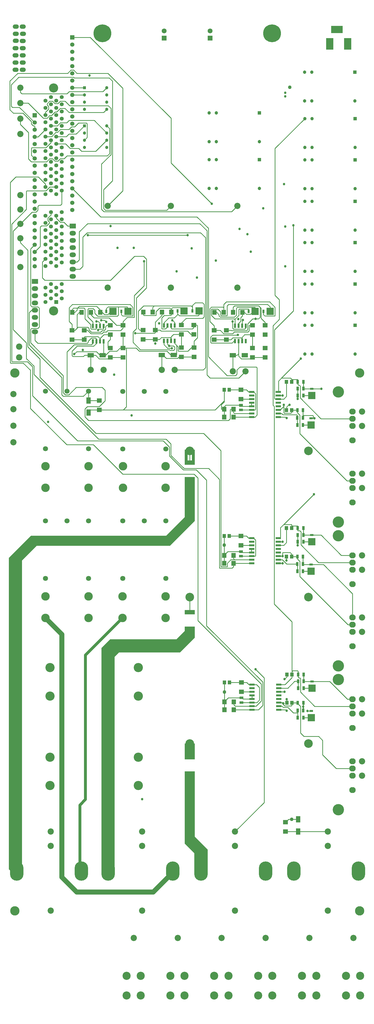
<source format=gbl>
G04*
G04 #@! TF.GenerationSoftware,Altium Limited,Altium Designer,24.4.1 (13)*
G04*
G04 Layer_Physical_Order=4*
G04 Layer_Color=16711680*
%FSLAX25Y25*%
%MOIN*%
G70*
G04*
G04 #@! TF.SameCoordinates,4EE5E999-D737-4110-A4F5-E65D847AD794*
G04*
G04*
G04 #@! TF.FilePolarity,Positive*
G04*
G01*
G75*
%ADD10C,0.01000*%
%ADD16R,0.10433X0.10000*%
%ADD17R,0.03000X0.05000*%
%ADD18R,0.04528X0.05709*%
%ADD19R,0.06500X0.06000*%
%ADD20R,0.06000X0.06500*%
%ADD22R,0.08858X0.06496*%
%ADD24R,0.05787X0.03819*%
%ADD27R,0.02559X0.06004*%
%ADD79C,0.07000*%
%ADD81C,0.08700*%
%ADD82C,0.12992*%
%ADD83O,0.08600X0.06000*%
%ADD84C,0.07087*%
%ADD85C,0.05906*%
%ADD86R,0.05906X0.05906*%
%ADD87C,0.12800*%
%ADD88R,0.06791X0.06791*%
%ADD89C,0.06791*%
%ADD90R,0.10000X0.16000*%
%ADD91R,0.16000X0.10000*%
%ADD92C,0.11811*%
%ADD93R,0.04724X0.04724*%
%ADD94C,0.04724*%
%ADD95C,0.11300*%
%ADD96O,0.09000X0.06500*%
%ADD97R,0.09000X0.06500*%
%ADD98O,0.18898X0.26772*%
%ADD99C,0.08661*%
%ADD100C,0.12700*%
%ADD101C,0.05500*%
%ADD102R,0.05500X0.05500*%
%ADD103C,0.12000*%
%ADD104O,0.09000X0.08300*%
%ADD105C,0.15748*%
%ADD106C,0.24803*%
%ADD107R,0.04461X0.04461*%
%ADD108C,0.04461*%
%ADD109C,0.03400*%
%ADD110C,0.05000*%
%ADD111C,0.04000*%
%ADD112R,0.06496X0.08858*%
%ADD113R,0.03740X0.05709*%
%ADD114R,0.05000X0.03000*%
%ADD115R,0.10000X0.10433*%
%ADD116R,0.07677X0.02559*%
%ADD117R,0.13976X0.06102*%
G36*
X660000Y1152000D02*
X656172D01*
Y1167500D01*
X656069Y1168283D01*
X655978Y1168501D01*
X656312Y1169000D01*
X660000D01*
Y1152000D01*
D02*
G37*
G36*
X650314Y1168501D02*
X650223Y1168283D01*
X650120Y1167500D01*
Y1152000D01*
X646000D01*
Y1169000D01*
X649980D01*
X650314Y1168501D01*
D02*
G37*
G36*
X660000Y741000D02*
X646000D01*
Y760500D01*
X660000D01*
Y741000D01*
D02*
G37*
G36*
Y907500D02*
X639500Y887000D01*
X554500Y887000D01*
X548500Y881000D01*
X548500Y583500D01*
X530000D01*
Y893500D01*
X542000Y905500D01*
X634500D01*
X646000Y917000D01*
Y923000D01*
X660000D01*
Y907500D01*
D02*
G37*
G36*
Y631000D02*
X678000Y613000D01*
Y583500D01*
Y583000D01*
Y582500D01*
X659500D01*
Y608000D01*
X646000Y621500D01*
Y720000D01*
X660000D01*
Y631000D01*
D02*
G37*
G36*
X660000Y1070000D02*
X625500Y1035500D01*
X440000D01*
X419500Y1015000D01*
Y578500D01*
X408500D01*
X401237Y585763D01*
Y1018737D01*
X432000Y1049500D01*
X620000D01*
X646000Y1075500D01*
Y1130000D01*
X660000D01*
X660000Y1070000D01*
D02*
G37*
D10*
X741700Y1361500D02*
X744254D01*
Y1366900D01*
X533100Y1504600D02*
X535550Y1502150D01*
X530300Y1503500D02*
X533650Y1500150D01*
X535550Y1502150D02*
X621126D01*
X626976Y1508000D01*
X711626Y1500150D02*
X719476Y1508000D01*
X533650Y1500150D02*
X711626D01*
X779162Y1224500D02*
X783868Y1229206D01*
X784193Y1220231D02*
Y1229206D01*
Y1231307D01*
X790588Y1230737D02*
X791351Y1231500D01*
X788000Y1228500D02*
X790237Y1230737D01*
X791351Y1231500D02*
X792000D01*
X788000Y1224043D02*
Y1228500D01*
X790237Y1230737D02*
X790588D01*
X787957Y1224000D02*
X788000Y1224043D01*
X784000Y1231500D02*
X784193Y1231307D01*
Y1220231D02*
X784778Y1219645D01*
X793889D01*
X776602Y1224500D02*
X779162D01*
X404500Y1646733D02*
X406083Y1645150D01*
X402500Y1681617D02*
X413383Y1692500D01*
X402500Y1641883D02*
Y1681617D01*
Y1641883D02*
X407350Y1637033D01*
X404500Y1676467D02*
X414986Y1686953D01*
X404500Y1646733D02*
Y1676467D01*
X417036Y1621547D02*
Y1629500D01*
X432547Y1622156D02*
Y1625453D01*
X435156Y1619547D02*
X436414D01*
X407350Y1637033D02*
X420967D01*
X432547Y1625453D01*
Y1622156D02*
X435156Y1619547D01*
X437000Y1614000D02*
Y1618961D01*
X436414Y1619547D02*
X437000Y1618961D01*
X482150Y1664150D02*
X485000Y1667000D01*
X419062Y1664150D02*
X482150D01*
X417036Y1666175D02*
X419062Y1664150D01*
X417036Y1666175D02*
Y1672500D01*
X485000Y1667000D02*
X532126D01*
X428500Y1573500D02*
Y1610083D01*
Y1573500D02*
X432500Y1569500D01*
X417036Y1621547D02*
X428500Y1610083D01*
X407000Y1473000D02*
X433547Y1499547D01*
X441453Y1502156D02*
Y1507453D01*
X438844Y1499547D02*
X441453Y1502156D01*
Y1507453D02*
X443000Y1509000D01*
X473100D01*
X433547Y1499547D02*
X438844D01*
X407000Y1336200D02*
Y1473000D01*
Y1336200D02*
X425500Y1317700D01*
X403000Y1290078D02*
X403586Y1289492D01*
X405586Y1291492D02*
X427008D01*
X403000Y1540700D02*
X410800Y1548500D01*
X403000Y1290078D02*
Y1540700D01*
X405000Y1292078D02*
X405586Y1291492D01*
X405000Y1292078D02*
Y1482727D01*
X403586Y1289492D02*
X415018D01*
X405000Y1482727D02*
X425500Y1503227D01*
X415018Y1289492D02*
X421306D01*
X410800Y1548500D02*
X442189D01*
X426086Y1529100D02*
X452811D01*
X425500Y1528514D02*
X426086Y1529100D01*
X425500Y1503227D02*
Y1528514D01*
X417000Y1457000D02*
Y1463000D01*
X425500Y1295828D02*
X436000Y1285328D01*
X425500Y1295828D02*
Y1317700D01*
X417000Y1457000D02*
X427500Y1446500D01*
Y1312200D02*
X444649Y1295051D01*
X427500Y1312200D02*
Y1446500D01*
X429500Y1359700D02*
X432800Y1363000D01*
X431500Y1336600D02*
X432700Y1337800D01*
X431500Y1317600D02*
Y1336600D01*
X429500Y1314700D02*
Y1359700D01*
X431500Y1317600D02*
X476957Y1272143D01*
X429500Y1314700D02*
X474957Y1269243D01*
X432700Y1337800D02*
X441600D01*
X431500Y1448500D02*
X437000Y1454000D01*
X431500Y1369600D02*
Y1448500D01*
Y1369600D02*
X433300Y1367800D01*
X432800Y1363000D02*
X437500D01*
X811437Y1253756D02*
X823000D01*
X795000Y1266591D02*
X803563D01*
X776700Y1249500D02*
Y1264500D01*
X811437Y1050256D02*
X823000D01*
X795000Y1063091D02*
X803563D01*
X779500Y1046000D02*
Y1060600D01*
X810800Y1010011D02*
Y1020500D01*
X810811Y1009256D02*
X822000D01*
X811937Y846756D02*
X823500D01*
X783720Y816920D02*
X784693Y815948D01*
X783834Y815403D02*
X784693Y815948D01*
X783200Y815000D02*
X783834Y815403D01*
X783141Y817500D02*
X783720Y816920D01*
X554000Y899500D02*
X632481D01*
X539346Y884846D02*
X554000Y899500D01*
X632481D02*
X653146Y920165D01*
X495797Y1692500D02*
X539200D01*
X413383D02*
X483203D01*
X491344Y1686953D02*
X492197Y1686100D01*
X540900D01*
X491344Y1696953D02*
X495797Y1692500D01*
X539200D02*
X559900Y1671800D01*
X540900Y1686100D02*
X545400Y1681600D01*
X483203Y1692500D02*
X487656Y1696953D01*
X414986Y1686953D02*
X491344D01*
X487656Y1696953D02*
X491344D01*
X627100Y1567800D02*
Y1629900D01*
X489500Y1742500D02*
X514500D01*
X627100Y1629900D01*
X431000Y1226800D02*
Y1279799D01*
X421306Y1289492D02*
X431000Y1279799D01*
Y1226800D02*
X431293Y1226507D01*
X481700Y1176100D01*
X436000Y1273800D02*
Y1285328D01*
X427008Y1291492D02*
X434000Y1284500D01*
Y1244200D02*
Y1284500D01*
X436000Y1273800D02*
X526102Y1183698D01*
X434000Y1244200D02*
X496800Y1181400D01*
X444649Y1269570D02*
X522519Y1191700D01*
X476957Y1248411D02*
X479911Y1245457D01*
X522519Y1191700D02*
X672400D01*
X474957Y1245300D02*
X476800Y1243457D01*
X484800Y1245457D02*
X494943Y1255600D01*
X474957Y1245300D02*
Y1269243D01*
X476800Y1243457D02*
X504957D01*
X512100Y1209700D02*
X707200D01*
X507200Y1214600D02*
Y1225600D01*
X444649Y1269570D02*
Y1295051D01*
X504957Y1243457D02*
X512000Y1250500D01*
X507200Y1214600D02*
X512100Y1209700D01*
X479911Y1245457D02*
X484800D01*
X507200Y1225600D02*
X510600Y1229000D01*
X494943Y1255600D02*
X531200D01*
X672400Y1191700D02*
X696500Y1167600D01*
X476957Y1248411D02*
Y1272143D01*
X707200Y1209700D02*
X709500Y1212000D01*
X526102Y1183698D02*
X620197D01*
X701000Y1022250D02*
Y1049000D01*
Y1022250D02*
X706285Y1027535D01*
X701000Y1022000D02*
Y1022250D01*
X706285Y1027535D02*
X724500D01*
X701000Y1011000D02*
Y1022000D01*
X739898Y822500D02*
Y827500D01*
X701500Y818750D02*
Y845500D01*
Y818500D02*
Y818750D01*
Y807500D02*
Y818500D01*
X706785Y824035D02*
X725000D01*
X701500Y818750D02*
X706785Y824035D01*
X727520Y822500D02*
X739898D01*
X725984Y824035D02*
X727520Y822500D01*
X725000Y824035D02*
X725984D01*
X786750Y651000D02*
X790679Y654929D01*
X804000D01*
X786500Y651000D02*
X786750D01*
X795000Y1266591D02*
Y1267200D01*
X780800Y1268600D02*
X807800Y1295600D01*
X795000Y1063091D02*
Y1065100D01*
X784000D02*
X826000Y1107100D01*
X795500Y860254D02*
Y929700D01*
Y856500D02*
Y860254D01*
X542400Y1295500D02*
Y1297500D01*
X721000Y1302400D02*
Y1320000D01*
Y1299300D02*
Y1302400D01*
X740400Y1295500D02*
Y1297500D01*
X739300Y1229500D02*
Y1234500D01*
X722300Y1229500D02*
X739300D01*
Y1026000D02*
Y1031000D01*
X722400Y1026000D02*
X739300D01*
X701000Y1236900D02*
Y1252500D01*
Y1235300D02*
Y1236900D01*
X722300Y1231035D02*
X724500D01*
X703235D02*
X722300D01*
Y1229500D02*
Y1231035D01*
X634900Y1314100D02*
X636800Y1312200D01*
X632000Y1317000D02*
X634900Y1314100D01*
Y1300763D02*
Y1314100D01*
X564900Y1310500D02*
X578500D01*
X560100D02*
X564900D01*
X560600Y1224500D02*
X688600D01*
X527000D02*
X560600D01*
X533000Y1300263D02*
Y1319823D01*
Y1300263D02*
X535900D01*
X495700Y1305400D02*
X523000D01*
X512000Y1224500D02*
X527000D01*
X715600Y1016000D02*
X739398D01*
X710300D02*
X715600D01*
X751000Y1355200D02*
Y1367100D01*
Y1353200D02*
Y1355200D01*
Y1367100D02*
X752500Y1365600D01*
X743100Y1351000D02*
X744700D01*
X740800D02*
X743100D01*
X825156Y1212756D02*
Y1215844D01*
X810849Y1216611D02*
X824389D01*
X810811D02*
X810849D01*
X825156Y1212756D02*
X826656D01*
X810849Y1216611D02*
X810874Y1218617D01*
X810811Y1213500D02*
X810849Y1216611D01*
X817244Y805756D02*
X822500D01*
X817155D02*
X817244D01*
X811373Y811599D02*
X811374Y811663D01*
X811311Y806500D02*
X811373Y811599D01*
X496800Y1365900D02*
X499200Y1368300D01*
X496000Y1365100D02*
X496800Y1365900D01*
X505900D01*
X491200D02*
X496800D01*
X553800Y1367800D02*
X566316D01*
X539400D02*
X553800D01*
X496000Y1337900D02*
X497600Y1339500D01*
X645000Y1362000D02*
Y1366800D01*
X627250Y1364550D02*
X627500Y1364300D01*
X625600Y1366200D02*
X627250Y1364550D01*
X635998Y1357902D02*
Y1362000D01*
Y1356800D02*
Y1357902D01*
X656860Y1367340D02*
Y1369600D01*
X588800Y1369200D02*
X603800D01*
X641900Y1342500D02*
Y1345600D01*
X719300Y1366900D02*
X744254D01*
X715300Y1351100D02*
X715994Y1350406D01*
X700500Y1366400D02*
Y1371200D01*
Y1360000D02*
Y1366400D01*
X803600Y1244500D02*
Y1252963D01*
Y1041000D02*
Y1049463D01*
X802937Y1009000D02*
X803000D01*
X804100Y837500D02*
Y845963D01*
X803437Y801463D02*
Y803200D01*
X797400D02*
X803437D01*
X539200Y1310500D02*
Y1319000D01*
X627000Y1324000D02*
Y1326100D01*
X726000Y1323400D02*
Y1325400D01*
X797600Y1362085D02*
Y1481193D01*
X771200Y1335685D02*
X797600Y1362085D01*
X771200Y1240500D02*
Y1335685D01*
Y1240500D02*
X772200Y1239500D01*
X776602D01*
X777102Y832500D02*
X785300D01*
X788413Y853013D02*
Y856500D01*
X785300Y849900D02*
X788413Y853013D01*
X714600Y1320000D02*
X716000D01*
X712000Y1317400D02*
X714600Y1320000D01*
X683200Y1317400D02*
X712000D01*
X682300Y1318300D02*
X683200Y1317400D01*
X682300Y1318300D02*
Y1325600D01*
X685200Y1328500D01*
X719900D01*
X720100Y1328700D01*
X482000Y1250500D02*
Y1304900D01*
X492200Y1315100D01*
X516000D01*
X518000Y1317100D01*
Y1319823D01*
X511300Y1467300D02*
X650000D01*
X525500Y1335500D02*
X526600Y1336600D01*
X532900D01*
X533000Y1341177D01*
X776602Y1021000D02*
X782600D01*
Y1026100D01*
X792943D01*
X795043Y1024000D01*
Y1020500D02*
Y1024000D01*
X803000Y1017200D02*
Y1020500D01*
Y1017200D02*
X806400Y1013800D01*
Y992857D02*
Y1013800D01*
Y992857D02*
X873600Y925657D01*
X879748D01*
X777102Y817500D02*
X783141D01*
X783200Y815000D02*
X785555Y812645D01*
X794589D01*
X795543Y813600D02*
Y817000D01*
X794589Y812645D02*
X795543Y813600D01*
X783200Y815000D02*
Y816400D01*
X857243Y725657D02*
X879748D01*
X838300Y744600D02*
X857243Y725657D01*
X838300Y744600D02*
Y764800D01*
X832700Y770400D02*
X838300Y764800D01*
X812000Y770400D02*
X832700D01*
X807400Y775000D02*
X812000Y770400D01*
X807400Y775000D02*
Y812100D01*
X803500Y816000D02*
X807400Y812100D01*
X803500Y816000D02*
Y817000D01*
X776602Y1249500D02*
X776700D01*
X776602Y1046000D02*
X779500D01*
Y1060600D02*
X784000Y1065100D01*
X795000D01*
X447900Y1430200D02*
X452200Y1434500D01*
X447900Y1407900D02*
Y1430200D01*
Y1407900D02*
X451200Y1404600D01*
X542800D01*
X576100Y1437900D01*
X588800D01*
X592800Y1433900D01*
Y1394200D02*
Y1433900D01*
X578700Y1380100D02*
X592800Y1394200D01*
X578700Y1337400D02*
Y1380100D01*
X574100Y1332800D02*
X578700Y1337400D01*
X574100Y1318300D02*
Y1332800D01*
Y1318300D02*
X584200Y1308200D01*
X624900D01*
X626100Y1307000D01*
X630400D01*
X632000Y1308600D01*
Y1311800D01*
X630400Y1313400D02*
X632000Y1311800D01*
X624400Y1313400D02*
X630400D01*
X622000Y1315800D02*
Y1320323D01*
Y1315800D02*
X624400Y1313400D01*
X490000Y1420000D02*
X500100D01*
X504100Y1424000D01*
Y1464800D01*
X510100Y1470800D01*
X668100D01*
X675000Y1463900D01*
Y1283200D02*
Y1463900D01*
X671800Y1280000D02*
X675000Y1283200D01*
X632000Y1280000D02*
X671800D01*
X627000Y1338100D02*
Y1341677D01*
Y1338100D02*
X628000Y1337100D01*
X656800D01*
X658900Y1339200D01*
Y1342500D01*
X726000Y1347900D02*
X727200Y1349100D01*
X560600Y1224500D02*
X564900Y1228800D01*
Y1310500D01*
X620197Y1183698D02*
X626782Y1177113D01*
Y1161118D02*
Y1177113D01*
Y1161118D02*
X645000Y1142900D01*
X679400D01*
X694475Y1127825D01*
Y1004250D02*
Y1127825D01*
Y1004250D02*
X712000D01*
X714000Y1006250D01*
Y1011000D01*
X696500Y1006250D02*
Y1167600D01*
Y1006250D02*
X705500D01*
Y1011200D01*
X710300Y1016000D01*
X530300Y1503500D02*
Y1566400D01*
X543400Y1579500D01*
Y1643600D01*
X539500Y1647500D02*
X543400Y1643600D01*
X485700Y1647500D02*
X539500D01*
X479450Y1653750D02*
X485700Y1647500D01*
X472939Y1653750D02*
X479450D01*
X469439Y1650250D02*
X472939Y1653750D01*
X465439Y1650250D02*
X469439D01*
X461939Y1653750D02*
X465439Y1650250D01*
X457939Y1653750D02*
X461939D01*
X454400Y1650211D02*
X457939Y1653750D01*
X454400Y1648311D02*
Y1650211D01*
Y1648311D02*
X456450Y1646261D01*
Y1642739D02*
Y1646261D01*
X452200Y1638489D02*
X456450Y1642739D01*
X452200Y1634500D02*
Y1638489D01*
X627100Y1567800D02*
X683700Y1511200D01*
X704100Y1335000D02*
X710800D01*
X733800Y1336100D02*
Y1344000D01*
X715400Y1369100D02*
X749000D01*
X713500Y1360000D02*
Y1367200D01*
X715400Y1369100D01*
X749000D02*
X751000Y1367100D01*
X748800Y1351000D02*
X751000Y1353200D01*
X744700Y1351000D02*
X748800D01*
X744700Y863700D02*
X756700Y851700D01*
Y678546D02*
Y851700D01*
X716154Y638000D02*
X756700Y678546D01*
X822000Y1212756D02*
X825156D01*
X824389Y1216611D02*
X825156Y1215844D01*
X810811Y1213500D02*
Y1216611D01*
X810874Y1218617D02*
Y1224000D01*
X811374Y811663D02*
Y817000D01*
X536860Y1361240D02*
Y1365260D01*
X539400Y1367800D01*
X566316D02*
X567116Y1361500D01*
X518000Y1341177D02*
Y1346600D01*
X511000Y1353600D02*
X518000Y1346600D01*
X511000Y1353600D02*
Y1364500D01*
X512000Y1365500D01*
X518400D01*
X520900Y1363000D01*
Y1358600D02*
Y1363000D01*
Y1358600D02*
X524800Y1354700D01*
X552000D01*
X553800Y1356500D01*
Y1367800D01*
X497600Y1339500D02*
X511000D01*
X512900Y1337600D01*
Y1335700D02*
Y1337600D01*
Y1335700D02*
X516325Y1332275D01*
X528720D01*
X531045Y1334600D01*
X533800D01*
X535800Y1336600D01*
Y1340200D01*
X537600Y1342000D01*
X542600D01*
X499200Y1360000D02*
X502500D01*
X496000Y1356800D02*
X499200Y1360000D01*
X496000Y1337900D02*
Y1356800D01*
X493100Y1335000D02*
X496000Y1337900D01*
X489100Y1335000D02*
X493100D01*
X645000Y1362000D02*
X645254D01*
X629500Y1366800D02*
X645000D01*
X627250Y1364550D02*
X629500Y1366800D01*
X627250Y1364550D02*
X627500Y1360500D01*
X603800Y1369200D02*
X655000D01*
X601500Y1366900D02*
X603800Y1369200D01*
X601500Y1360500D02*
Y1366900D01*
X656860Y1362000D02*
Y1367340D01*
X655000Y1369200D02*
X656860Y1367340D01*
X581400Y1361800D02*
X588800Y1369200D01*
X581400Y1337600D02*
Y1361800D01*
Y1337600D02*
X583500Y1335500D01*
X588100D01*
X734998Y1361500D02*
Y1364857D01*
X722314D02*
X734998D01*
X721457Y1364000D02*
X722314Y1364857D01*
X721457Y1355869D02*
Y1364000D01*
X715994Y1350406D02*
X721457Y1355869D01*
X715994Y1350406D02*
X716000Y1350400D01*
Y1341354D02*
Y1350400D01*
X528000Y1319823D02*
Y1323555D01*
X525275Y1326325D02*
X528000Y1323555D01*
X507200Y1326325D02*
X525275D01*
X506100Y1325225D02*
X507200Y1326325D01*
X506100Y1322000D02*
Y1325225D01*
X533126Y1638000D02*
X537626Y1642500D01*
X485000Y1638000D02*
X533126D01*
X479250Y1643750D02*
X485000Y1638000D01*
X472939Y1643750D02*
X479250D01*
X467939Y1638750D02*
X472939Y1643750D01*
X465439Y1638750D02*
X467939D01*
X460439Y1633750D02*
X465439Y1638750D01*
X457939Y1633750D02*
X460439D01*
X454389Y1630200D02*
X457939Y1633750D01*
X449000Y1630200D02*
X454389D01*
X428200Y1651000D02*
X449000Y1630200D01*
X417036Y1651000D02*
X428200D01*
X777102Y812500D02*
X781600D01*
X783455Y810645D01*
X789955D01*
X797400Y803200D01*
X803437D02*
Y806500D01*
X799300Y847000D02*
X804063D01*
X789800Y837500D02*
X799300Y847000D01*
X777102Y837500D02*
X789800D01*
X735500Y842500D02*
X739898D01*
X732500Y845500D02*
X735500Y842500D01*
X725000Y845500D02*
X732500D01*
X735000Y1046000D02*
X739398D01*
X732000Y1049000D02*
X735000Y1046000D01*
X724500Y1049000D02*
X732000D01*
X735000Y1249500D02*
X739398D01*
X732000Y1252500D02*
X735000Y1249500D01*
X724500Y1252500D02*
X732000D01*
X733800Y1344000D02*
X740800Y1351000D01*
X732500Y1334800D02*
X733800Y1336100D01*
X711000Y1334800D02*
X732500D01*
X710800Y1335000D02*
X711000Y1334800D01*
X605100Y1335500D02*
Y1346500D01*
X614500Y1355900D01*
Y1360500D01*
X533100Y1504600D02*
Y1530700D01*
X545400Y1543000D01*
Y1681600D01*
X406083Y1645150D02*
X415850D01*
X437000Y1624000D01*
X739898Y812500D02*
X745400D01*
X752700Y819800D01*
Y843147D01*
X664600Y931247D02*
X752700Y843147D01*
X664600Y931247D02*
Y1129700D01*
X659200Y1135100D02*
X664600Y1129700D01*
X559700Y1135100D02*
X659200D01*
X518700Y1176100D02*
X559700Y1135100D01*
X481700Y1176100D02*
X518700D01*
X442189Y1548500D02*
X452200Y1538489D01*
Y1534500D02*
Y1538489D01*
X433300Y1367800D02*
X441600D01*
X443500Y1365900D01*
Y1339700D02*
Y1365900D01*
X441600Y1337800D02*
X443500Y1339700D01*
X531200Y1255600D02*
X535200Y1251600D01*
Y1237000D02*
Y1251600D01*
X527200Y1229000D02*
X535200Y1237000D01*
X510600Y1229000D02*
X527200D01*
X709500Y1212000D02*
Y1224600D01*
X710400Y1225500D01*
X714000D01*
X512000Y1220571D02*
Y1224500D01*
X630965Y1300763D02*
X634900D01*
X632000Y1317000D02*
Y1320323D01*
X655400Y1311000D02*
X659100D01*
X650400Y1306000D02*
X655400Y1311000D01*
X637600Y1306000D02*
X650400D01*
X636800Y1306800D02*
X637600Y1306000D01*
X636800Y1306800D02*
Y1312200D01*
X658900Y1342500D02*
X662800D01*
X663700Y1341600D01*
Y1324800D02*
Y1341600D01*
X659100Y1320200D02*
X663700Y1324800D01*
X659100Y1311000D02*
Y1320200D01*
X697300Y1231600D02*
X701000Y1235300D01*
X697300Y1225500D02*
Y1231600D01*
Y1225500D02*
X701000D01*
X506500Y1300263D02*
X515035D01*
X505037Y1298800D02*
X506500Y1300263D01*
X490300Y1298800D02*
X505037D01*
X489100Y1300000D02*
X490300Y1298800D01*
X489100Y1300000D02*
Y1306000D01*
X496200Y1313100D01*
X519300D01*
X523000Y1316800D01*
Y1319823D01*
X770800Y954400D02*
X795500Y929700D01*
X770800Y954400D02*
Y1229220D01*
X769200Y1230820D02*
X770800Y1229220D01*
X769200Y1230820D02*
Y1341523D01*
X777900Y1350223D01*
Y1377656D01*
X771900Y1383656D02*
X777900Y1377656D01*
X771900Y1383656D02*
Y1587900D01*
X813500Y1629500D01*
X776700Y1264500D02*
X780800Y1268600D01*
X793600D01*
X795000Y1267200D01*
X577300Y1331000D02*
X604100D01*
X605100Y1332000D01*
Y1335500D01*
X589600Y1397200D02*
Y1431000D01*
X575900Y1383500D02*
X589600Y1397200D01*
X575900Y1352900D02*
Y1383500D01*
X565800Y1352900D02*
X575900D01*
X560100Y1347200D02*
X565800Y1352900D01*
X560100Y1342000D02*
Y1347200D01*
X626887Y1300763D02*
X630965D01*
X621450Y1306200D02*
X626887Y1300763D01*
X582800Y1306200D02*
X621450D01*
X578500Y1310500D02*
X582800Y1306200D01*
X617000Y1315500D02*
Y1320323D01*
Y1315500D02*
X622300Y1310200D01*
X628100D01*
X489100Y1335000D02*
Y1343400D01*
X485000Y1347500D02*
X489100Y1343400D01*
X485000Y1347500D02*
Y1366400D01*
X489600Y1371000D01*
X570100D01*
X573900Y1367200D01*
Y1354900D02*
Y1367200D01*
X559760Y1354900D02*
X573900D01*
X557860Y1356800D02*
X559760Y1354900D01*
X557860Y1356800D02*
Y1361500D01*
X817200Y805800D02*
X817244Y805756D01*
X559900Y1528924D02*
Y1671800D01*
X538976Y1508000D02*
X559900Y1528924D01*
X739898Y807500D02*
X748800D01*
X754700Y813400D01*
Y845954D01*
X676600Y924054D02*
X754700Y845954D01*
X676600Y924054D02*
Y1126600D01*
X662300Y1140900D02*
X676600Y1126600D01*
X644100Y1140900D02*
X662300D01*
X624712Y1160288D02*
X644100Y1140900D01*
X624712Y1160288D02*
Y1172800D01*
X616112Y1181400D02*
X624712Y1172800D01*
X496800Y1181400D02*
X616112D01*
X452811Y1529100D02*
X458211Y1534500D01*
X467200D01*
X714100Y1336800D02*
X729500D01*
X731000Y1338300D01*
Y1341354D01*
X758100Y1342000D02*
Y1346200D01*
X752500Y1351800D02*
X758100Y1346200D01*
X752500Y1351800D02*
Y1365600D01*
X721565Y1268600D02*
X730965Y1278000D01*
X681600Y1268600D02*
X721565D01*
X677000Y1273200D02*
X681600Y1268600D01*
X677000Y1273200D02*
Y1473600D01*
X667100Y1483500D02*
X677000Y1473600D01*
X510800Y1483500D02*
X667100D01*
X499200Y1471900D02*
X510800Y1483500D01*
X499200Y1433200D02*
Y1471900D01*
X496000Y1430000D02*
X499200Y1433200D01*
X490000Y1430000D02*
X496000D01*
X688600Y1224500D02*
X701000Y1236900D01*
X489500Y1532500D02*
X529200Y1492800D01*
X663100D01*
X679000Y1476900D01*
Y1298400D02*
Y1476900D01*
Y1298400D02*
X705300Y1272100D01*
X716800D01*
X718900Y1274200D01*
Y1280000D01*
X723000Y1284100D01*
X745900D01*
X746800Y1283200D01*
Y1217300D02*
Y1283200D01*
X744000Y1214500D02*
X746800Y1217300D01*
X739398Y1214500D02*
X744000D01*
X641600Y1342500D02*
X641900D01*
Y1345600D02*
X648100Y1351800D01*
X671200D01*
X673000Y1353600D01*
Y1371400D01*
X670900Y1373500D02*
X673000Y1371400D01*
X660760Y1373500D02*
X670900D01*
X656860Y1369600D02*
X660760Y1373500D01*
X804063Y852800D02*
Y856500D01*
Y852800D02*
X805063Y851800D01*
X806400D01*
X807500Y850700D01*
Y832000D02*
Y850700D01*
Y832000D02*
X827307Y812193D01*
X879748D01*
X803563Y1060000D02*
Y1063091D01*
X795000Y1060000D02*
Y1063091D01*
X803563Y1263500D02*
Y1266591D01*
X795000Y1263500D02*
Y1266591D01*
X520126Y1627000D02*
X537626Y1609500D01*
X485000Y1627000D02*
X520126D01*
X481750Y1623750D02*
X485000Y1627000D01*
X472939Y1623750D02*
X481750D01*
X468689Y1619500D02*
X472939Y1623750D01*
X459700Y1619500D02*
X468689D01*
X539346Y583000D02*
Y884846D01*
X687100Y1335000D02*
X695700D01*
X700200Y1330500D01*
X712871D01*
X715171Y1332800D01*
X734290D01*
X735890Y1334400D01*
Y1341890D01*
X736000Y1342000D01*
X740600D01*
X432500Y1569500D02*
X453689D01*
X457939Y1573750D01*
X461939D01*
X465439Y1570250D01*
X469439D01*
X472939Y1573750D01*
X478150D01*
X482000Y1577600D01*
X538200D01*
X541400Y1580800D01*
Y1615726D01*
X537626Y1619500D02*
X541400Y1615726D01*
X739898Y842500D02*
X746226D01*
X750326Y838400D01*
Y821026D02*
Y838400D01*
X746800Y817500D02*
X750326Y821026D01*
X739898Y817500D02*
X746800D01*
X755860Y1356800D02*
Y1361500D01*
Y1356800D02*
X757695Y1354965D01*
X771900D01*
Y1367175D01*
X764375Y1374700D02*
X771900Y1367175D01*
X704000Y1374700D02*
X764375D01*
X700500Y1371200D02*
X704000Y1374700D01*
X687100Y1335000D02*
Y1341400D01*
X681000Y1347500D02*
X687100Y1341400D01*
X681000Y1347500D02*
Y1365200D01*
X683200Y1367400D01*
X699500D01*
X700500Y1366400D01*
X795500Y852100D02*
Y856500D01*
X785900Y842500D02*
X795500Y852100D01*
X777102Y842500D02*
X785900D01*
X635998Y1357902D02*
X638500Y1355400D01*
X664800D01*
X666116Y1356716D01*
Y1362000D01*
X617000Y1341677D02*
Y1345500D01*
X623934Y1352434D01*
X631632D01*
X635998Y1356800D01*
X632000Y1341677D02*
Y1346000D01*
X628800Y1349200D02*
X632000Y1346000D01*
X712800Y1338100D02*
Y1347400D01*
Y1338100D02*
X714100Y1336800D01*
X467200Y1594500D02*
X480000D01*
X486500Y1588000D01*
X498600D01*
X502600Y1584000D01*
X522126D01*
X537626Y1599500D01*
X532126Y1667000D02*
X537626Y1672500D01*
X879748Y935657D02*
Y968852D01*
X839344Y1009256D02*
X879748Y968852D01*
X822000Y1009256D02*
X839344D01*
X826656Y1212756D02*
X826700Y1212800D01*
X832407Y1012193D02*
X879748D01*
X808000Y1036600D02*
X832407Y1012193D01*
X808000Y1036600D02*
Y1054800D01*
X806400Y1056400D02*
X808000Y1054800D01*
X803563Y1056400D02*
X806400D01*
X803563D02*
Y1060000D01*
X835907Y1212193D02*
X879748D01*
X807000Y1241100D02*
X835907Y1212193D01*
X807000Y1241100D02*
Y1257600D01*
X805800Y1258800D02*
X807000Y1257600D01*
X804763Y1258800D02*
X805800D01*
X803563Y1260000D02*
X804763Y1258800D01*
X803563Y1260000D02*
Y1263500D01*
X872043Y1125657D02*
X879748D01*
X806400Y1191300D02*
X872043Y1125657D01*
X806400Y1191300D02*
Y1216900D01*
X803000Y1220300D02*
X806400Y1216900D01*
X803000Y1220300D02*
Y1224000D01*
X793889Y1219645D02*
X795043Y1220800D01*
Y1224000D01*
X560100Y1337900D02*
Y1342000D01*
X556800Y1334600D02*
X560100Y1337900D01*
X538700Y1334600D02*
X556800D01*
X536700Y1332600D02*
X538700Y1334600D01*
X533045Y1332600D02*
X536700D01*
X530720Y1330275D02*
X533045Y1332600D01*
X515425Y1330275D02*
X530720D01*
X510700Y1335000D02*
X515425Y1330275D01*
X506100Y1335000D02*
X510700D01*
X528000Y1323555D02*
X533445Y1329000D01*
X542600D01*
X726500Y1355193D02*
Y1360000D01*
X724000Y1352693D02*
X726500Y1355193D01*
X724000Y1347800D02*
Y1352693D01*
X721000Y1344800D02*
X724000Y1347800D01*
X721000Y1341354D02*
Y1344800D01*
X654800Y1329500D02*
X658900D01*
X650300Y1334000D02*
X654800Y1329500D01*
X613300Y1334000D02*
X650300D01*
X611800Y1335500D02*
X613300Y1334000D01*
X605100Y1335500D02*
X611800D01*
X627500Y1356800D02*
Y1360500D01*
X626400Y1355700D02*
X627500Y1356800D01*
X617600Y1355700D02*
X626400D01*
X614220Y1352320D02*
X617600Y1355700D01*
X614220Y1337175D02*
Y1352320D01*
Y1337175D02*
X619175D01*
X622000Y1340000D01*
Y1341677D01*
X765116Y1361500D02*
Y1367584D01*
X761600Y1371100D02*
X765116Y1367584D01*
X707200Y1371100D02*
X761600D01*
X705000Y1368900D02*
X707200Y1371100D01*
X705000Y1355250D02*
Y1368900D01*
X696800Y1355250D02*
X705000D01*
X696000Y1356050D02*
X696800Y1355250D01*
X696000Y1356050D02*
Y1360800D01*
X692000Y1364800D02*
X696000Y1360800D01*
X683800Y1364800D02*
X692000D01*
X683000Y1364000D02*
X683800Y1364800D01*
X683000Y1356100D02*
Y1364000D01*
Y1356100D02*
X688000Y1351100D01*
X715300D01*
X687500Y1360000D02*
X690700D01*
X693900Y1356800D01*
Y1355200D02*
Y1356800D01*
Y1355200D02*
X695850Y1353250D01*
X715250D01*
X718000Y1356000D01*
Y1365600D01*
X719300Y1366900D01*
X823500Y846756D02*
X848237D01*
X872800Y822193D01*
X879748D01*
X823000Y1050256D02*
X836200D01*
X864263Y1022193D01*
X879748D01*
X727200Y1349100D02*
Y1349500D01*
X726000Y1341354D02*
Y1347900D01*
X459700Y1495511D02*
Y1499500D01*
X455450Y1491261D02*
X459700Y1495511D01*
X455450Y1487739D02*
Y1491261D01*
Y1487739D02*
X457600Y1485589D01*
Y1483889D02*
Y1485589D01*
X453961Y1480250D02*
X457600Y1483889D01*
X446400Y1480250D02*
X453961D01*
X444700Y1478550D02*
X446400Y1480250D01*
X444700Y1451700D02*
Y1478550D01*
X437000Y1444000D02*
X444700Y1451700D01*
X494874Y1608000D02*
X506374Y1619500D01*
X484800Y1608000D02*
X494874D01*
X481300Y1604500D02*
X484800Y1608000D01*
X467200Y1604500D02*
X481300D01*
X506374Y1599500D02*
X510200Y1603326D01*
Y1622400D01*
X509200Y1623400D02*
X510200Y1622400D01*
X498300Y1623400D02*
X509200D01*
X492900Y1618000D02*
X498300Y1623400D01*
X488400Y1618000D02*
X492900D01*
X484900Y1614500D02*
X488400Y1618000D01*
X473211Y1614500D02*
X484900D01*
X468961Y1610250D02*
X473211Y1614500D01*
X466461Y1610250D02*
X468961D01*
X460711Y1604500D02*
X466461Y1610250D01*
X452200Y1604500D02*
X460711D01*
X473100Y1509000D02*
X474700Y1510600D01*
Y1529500D01*
X437500Y1321200D02*
Y1333000D01*
Y1321200D02*
X441600Y1317100D01*
X510400D01*
X511330Y1318030D01*
Y1319655D01*
X516000Y1324325D01*
X521875D01*
X523000Y1323200D01*
Y1319823D02*
Y1323200D01*
X534500Y1348900D02*
X536700Y1346700D01*
X529800Y1348900D02*
X534500D01*
X515500Y1356600D02*
Y1360000D01*
Y1356600D02*
X519696Y1352404D01*
X540793D01*
X551197Y1342000D01*
X560100D01*
X432500Y1578500D02*
X437000Y1574000D01*
X432500Y1578500D02*
Y1588500D01*
X433000Y1589000D01*
X452711D01*
X459700Y1595989D01*
Y1599500D01*
X489500Y1360000D02*
Y1364200D01*
X491200Y1365900D01*
X505900D02*
X507000Y1364800D01*
Y1351100D02*
Y1364800D01*
Y1351100D02*
X515200Y1342900D01*
Y1337400D02*
Y1342900D01*
Y1337400D02*
X516000Y1336600D01*
X522000D01*
X523000Y1337600D01*
Y1341177D01*
X528500Y1360000D02*
Y1363300D01*
X523500Y1368300D02*
X528500Y1363300D01*
X499200Y1368300D02*
X523500D01*
X496000Y1363200D02*
Y1365100D01*
X492800Y1360000D02*
X496000Y1363200D01*
X489500Y1360000D02*
X492800D01*
X556000Y1310500D02*
X560100D01*
X551400Y1305900D02*
X556000Y1310500D01*
X541537Y1305900D02*
X551400D01*
X535900Y1300263D02*
X541537Y1305900D01*
X740400Y1297500D02*
X740600D01*
X724800Y1295500D02*
X740400D01*
X721000Y1299300D02*
X724800Y1295500D01*
X715200Y1219500D02*
X739398D01*
X714000Y1220700D02*
X715200Y1219500D01*
X714000Y1220700D02*
Y1225500D01*
X528000Y1341177D02*
Y1344900D01*
X525600Y1347300D02*
X528000Y1344900D01*
X523000Y1347300D02*
X525600D01*
X467200Y1490989D02*
Y1494500D01*
Y1490989D02*
X472939Y1485250D01*
X477850D01*
X483100Y1480000D01*
X490000D01*
X803500Y1036100D02*
Y1041000D01*
X776602D02*
X782600D01*
X803500Y1239600D02*
Y1244500D01*
X776602D02*
X782600D01*
X627500Y1360500D02*
Y1364300D01*
X611200Y1366200D02*
X625600D01*
X606000Y1361000D02*
X611200Y1366200D01*
X606000Y1355700D02*
Y1361000D01*
X589600Y1355700D02*
X606000D01*
X588500Y1356800D02*
X589600Y1355700D01*
X588500Y1356800D02*
Y1360500D01*
X714500Y807500D02*
X739898D01*
X714500Y814400D02*
Y818500D01*
Y814400D02*
X716400Y812500D01*
X739898D01*
X714000Y1017600D02*
X715600Y1016000D01*
X714000Y1017600D02*
Y1022000D01*
Y1214500D02*
X739398D01*
X804063Y856500D02*
Y860691D01*
X803200Y861554D02*
X804063Y860691D01*
X796800Y861554D02*
X803200D01*
X795500Y860254D02*
X796800Y861554D01*
X786400Y1214500D02*
X788000Y1212900D01*
X776602Y1214500D02*
X786400D01*
X441700Y1604000D02*
X452200Y1614500D01*
X437000Y1604000D02*
X441700D01*
X489500Y1672500D02*
X506374D01*
X489500Y1662500D02*
X506374D01*
X492300Y1302000D02*
X495700Y1305400D01*
X523000D02*
X528137Y1300263D01*
X531965D01*
X777102Y807500D02*
X786700D01*
X788300Y805900D01*
Y822100D02*
X788457Y821943D01*
Y817000D02*
Y821943D01*
X802937Y1213500D02*
Y1216800D01*
X802092Y1217645D02*
X802937Y1216800D01*
X782947Y1217645D02*
X802092D01*
X781093Y1219500D02*
X782947Y1217645D01*
X776602Y1219500D02*
X781093D01*
X787957Y1014900D02*
Y1020500D01*
X776602Y1011000D02*
X782600D01*
X542600Y1322400D02*
Y1329000D01*
X539200Y1319000D02*
X542600Y1322400D01*
X539200Y1310500D02*
X542600D01*
X802937Y1208463D02*
Y1213500D01*
Y1208463D02*
X803000Y1208400D01*
Y1203500D02*
Y1208400D01*
X714000Y1011000D02*
X739398D01*
X804000Y837500D02*
X804100D01*
X804063Y846000D02*
X804100Y845963D01*
X804063Y846000D02*
Y847000D01*
X803500Y1041000D02*
X803600D01*
X803563Y1049500D02*
X803600Y1049463D01*
X803563Y1049500D02*
Y1050500D01*
X803500Y1244500D02*
X803600D01*
X803563Y1253000D02*
X803600Y1252963D01*
X803563Y1253000D02*
Y1254000D01*
X560100Y1310500D02*
Y1329000D01*
X627000Y1326100D02*
X630400Y1329500D01*
X641600D01*
X726000Y1325400D02*
X729600Y1329000D01*
X740600D01*
X823000Y1253756D02*
X836344D01*
X776602Y1239500D02*
X784000D01*
X787913Y1243413D01*
Y1263500D01*
Y1039913D02*
Y1060000D01*
X784000Y1036000D02*
X787913Y1039913D01*
X776602Y1036000D02*
X784000D01*
X726000Y1320000D02*
Y1323400D01*
X724800Y1324600D02*
X726000Y1323400D01*
X713200Y1324600D02*
X724800D01*
X710600Y1322000D02*
X713200Y1324600D01*
X704100Y1322000D02*
X710600D01*
X718863Y1300263D02*
X721000Y1302400D01*
X713035Y1300263D02*
X718863D01*
X740600Y1310500D02*
Y1329000D01*
X701000Y1225500D02*
Y1228800D01*
X703235Y1231035D01*
X776602Y1016000D02*
X782200D01*
X788200Y1010000D01*
X802937D01*
X542400Y1297500D02*
X542600D01*
X526763Y1295500D02*
X542400D01*
X522000Y1300263D02*
X526763Y1295500D01*
X515035Y1300263D02*
X522000D01*
X614035Y1300763D02*
X615837D01*
X620600Y1296000D01*
X636100D01*
X638100Y1298000D01*
X641600D01*
X627000Y1320323D02*
Y1324000D01*
X626100Y1324900D02*
X627000Y1324000D01*
X613500Y1324900D02*
X626100D01*
X611100Y1322500D02*
X613500Y1324900D01*
X605100Y1322500D02*
X611100D01*
X811311Y806500D02*
Y811600D01*
X810811Y1009256D02*
Y1010000D01*
X531965Y1300263D02*
X533000D01*
X811937Y846756D02*
Y847000D01*
X811437Y1253756D02*
Y1254000D01*
Y1050256D02*
Y1050500D01*
X803500Y796500D02*
Y801400D01*
X803437Y801463D02*
X803500Y801400D01*
X802937Y1009000D02*
Y1010000D01*
X803000Y1000000D02*
Y1009000D01*
X810800Y1020500D02*
X810874D01*
X810800Y1010011D02*
X810811Y1010000D01*
X739398Y1249500D02*
X742300D01*
X744800Y1247000D01*
Y1225300D02*
Y1247000D01*
X744000Y1224500D02*
X744800Y1225300D01*
X739398Y1224500D02*
X744000D01*
X739398Y1046000D02*
X742300D01*
X744800Y1043500D01*
Y1021800D02*
Y1043500D01*
X744000Y1021000D02*
X744800Y1021800D01*
X739398Y1021000D02*
X744000D01*
X641600Y1311000D02*
Y1329500D01*
X725000Y817500D02*
X739898D01*
X724500Y1021000D02*
X739398D01*
X724500Y1224500D02*
X739398D01*
X811874Y837500D02*
X823500D01*
X811374Y1244500D02*
X823000D01*
X811374Y1041000D02*
X823000D01*
X811374Y796500D02*
X822500D01*
X810874Y1000000D02*
X822000D01*
X810874Y1203500D02*
X822000D01*
X811900Y847037D02*
X811937Y847000D01*
X811900Y847037D02*
Y856463D01*
X811937Y856500D01*
X811400Y1254037D02*
X811437Y1254000D01*
X811400Y1254037D02*
Y1263463D01*
X811437Y1263500D01*
X811400Y1050537D02*
X811437Y1050500D01*
X811400Y1050537D02*
Y1059963D01*
X811437Y1060000D01*
X795543Y817000D02*
X803500D01*
X795043Y1020500D02*
X803000D01*
X795043Y1224000D02*
X803000D01*
X739300Y1026000D02*
X739398D01*
X739300Y1031000D02*
X739398D01*
X739300Y1229500D02*
X739398D01*
X739300Y1234500D02*
X739398D01*
X542600Y1297500D02*
X560100D01*
X515035Y1280000D02*
Y1300263D01*
X614035Y1280000D02*
Y1300763D01*
X641600Y1298000D02*
X659100D01*
X713035Y1278000D02*
Y1300263D01*
X740600Y1297500D02*
X758100D01*
X512000Y1237500D02*
X527000D01*
X512000D02*
Y1250500D01*
X804000Y638000D02*
X845480D01*
X786500D02*
X804000D01*
X701000Y1214500D02*
Y1225500D01*
X708087Y1252500D02*
X724500D01*
X708087Y1049000D02*
X724500D01*
X708587Y845500D02*
X725000D01*
X543540Y1361240D02*
X546116D01*
X539300Y1357000D02*
X543540Y1361240D01*
X534100Y1357000D02*
X539300D01*
X531100Y1360000D02*
X534100Y1357000D01*
X528500Y1360000D02*
X531100D01*
X737500Y1357300D02*
X741700Y1361500D01*
X732000Y1357300D02*
X737500D01*
X729300Y1360000D02*
X732000Y1357300D01*
X726500Y1360000D02*
X729300D01*
X724500Y1239500D02*
X739398D01*
X724500Y1036000D02*
X739398D01*
X725000Y832500D02*
X739898D01*
X489100Y1322000D02*
X506100D01*
X588100Y1322500D02*
X605100D01*
X687100Y1322000D02*
X704100D01*
X653146Y1151000D02*
Y1167500D01*
Y943000D02*
Y964000D01*
D16*
X744254Y1361500D02*
D03*
X765116D02*
D03*
X567116D02*
D03*
X666116Y1362000D02*
D03*
X645254D02*
D03*
X546116Y1361240D02*
D03*
D17*
X734998Y1361500D02*
D03*
X755860D02*
D03*
X557860D02*
D03*
X656860Y1362000D02*
D03*
X635998D02*
D03*
X536860Y1361240D02*
D03*
D18*
X701000Y1252500D02*
D03*
X708087D02*
D03*
X795000Y1263500D02*
D03*
X787913D02*
D03*
X795043Y1224000D02*
D03*
X787957D02*
D03*
X795543Y817000D02*
D03*
X788457D02*
D03*
X701500Y845500D02*
D03*
X708587D02*
D03*
X795500Y856500D02*
D03*
X788413D02*
D03*
X795000Y1060000D02*
D03*
X787913D02*
D03*
X701000Y1049000D02*
D03*
X708087D02*
D03*
X795043Y1020500D02*
D03*
X787957D02*
D03*
D19*
X758100Y1297500D02*
D03*
Y1310500D02*
D03*
Y1329000D02*
D03*
Y1342000D02*
D03*
X740600Y1297500D02*
D03*
Y1310500D02*
D03*
X704100Y1322000D02*
D03*
Y1335000D02*
D03*
X687100Y1322000D02*
D03*
Y1335000D02*
D03*
X658900Y1342500D02*
D03*
Y1329500D02*
D03*
X641600D02*
D03*
Y1342500D02*
D03*
Y1298000D02*
D03*
Y1311000D02*
D03*
X659100Y1298000D02*
D03*
Y1311000D02*
D03*
X740600Y1329000D02*
D03*
Y1342000D02*
D03*
X588100Y1322500D02*
D03*
Y1335500D02*
D03*
X605100Y1322500D02*
D03*
Y1335500D02*
D03*
X542600Y1297500D02*
D03*
Y1310500D02*
D03*
X560100Y1297500D02*
D03*
Y1310500D02*
D03*
X506100Y1322000D02*
D03*
Y1335000D02*
D03*
X560100Y1329000D02*
D03*
Y1342000D02*
D03*
X542600Y1329000D02*
D03*
Y1342000D02*
D03*
X489100Y1322000D02*
D03*
Y1335000D02*
D03*
X786500Y638000D02*
D03*
Y651000D02*
D03*
X527000Y1237500D02*
D03*
Y1224500D02*
D03*
X724500Y1252500D02*
D03*
Y1239500D02*
D03*
X725000Y845500D02*
D03*
Y832500D02*
D03*
X724500Y1049000D02*
D03*
Y1036000D02*
D03*
D20*
X627500Y1360500D02*
D03*
X614500D02*
D03*
X601500D02*
D03*
X588500D02*
D03*
X726500Y1360000D02*
D03*
X713500D02*
D03*
X700500D02*
D03*
X687500D02*
D03*
X502500D02*
D03*
X489500D02*
D03*
X528500D02*
D03*
X515500D02*
D03*
X714000Y1225500D02*
D03*
X701000D02*
D03*
X714000Y1214500D02*
D03*
X701000D02*
D03*
X714500Y807500D02*
D03*
X701500D02*
D03*
X714500Y818500D02*
D03*
X701500D02*
D03*
X714000Y1011000D02*
D03*
X701000D02*
D03*
X714000Y1022000D02*
D03*
X701000D02*
D03*
D22*
X729965Y1300263D02*
D03*
X713035D02*
D03*
X630965Y1300763D02*
D03*
X614035D02*
D03*
X531965Y1300263D02*
D03*
X515035D02*
D03*
D24*
X724500Y1231035D02*
D03*
Y1224500D02*
D03*
X725000Y824035D02*
D03*
Y817500D02*
D03*
X724500Y1027535D02*
D03*
Y1021000D02*
D03*
D27*
X617000Y1341677D02*
D03*
X622000D02*
D03*
X627000D02*
D03*
X632000D02*
D03*
Y1320323D02*
D03*
X627000D02*
D03*
X622000D02*
D03*
X617000D02*
D03*
X716000Y1341354D02*
D03*
X721000D02*
D03*
X726000D02*
D03*
X731000D02*
D03*
Y1320000D02*
D03*
X726000D02*
D03*
X721000D02*
D03*
X716000D02*
D03*
X518000Y1341177D02*
D03*
X523000D02*
D03*
X528000D02*
D03*
X533000D02*
D03*
Y1319823D02*
D03*
X528000D02*
D03*
X523000D02*
D03*
X518000D02*
D03*
D79*
X495500Y554000D02*
X602000D01*
X629346Y581346D02*
Y583000D01*
X602000Y554000D02*
X629346Y581346D01*
X474777Y574723D02*
X495500Y554000D01*
X474777Y574723D02*
Y912224D01*
X452000Y935000D02*
X474777Y912224D01*
D81*
X417000Y1423000D02*
D03*
Y1443000D02*
D03*
Y1463000D02*
D03*
Y1483000D02*
D03*
Y1503000D02*
D03*
Y1523000D02*
D03*
X415500Y1297500D02*
D03*
Y1312500D02*
D03*
X893000Y1022193D02*
D03*
Y1002193D02*
D03*
Y735657D02*
D03*
Y915657D02*
D03*
Y715657D02*
D03*
Y802193D02*
D03*
Y935657D02*
D03*
Y822193D02*
D03*
Y1135657D02*
D03*
Y1222193D02*
D03*
Y1202193D02*
D03*
Y1115657D02*
D03*
X417036Y1608000D02*
D03*
X626976Y1394500D02*
D03*
X417036Y1672500D02*
D03*
X880999Y490189D02*
D03*
X417036Y1651000D02*
D03*
Y1629500D02*
D03*
X614035Y1280000D02*
D03*
X713035Y1278000D02*
D03*
X515035Y1280000D02*
D03*
X626976Y1508000D02*
D03*
X538976Y1508000D02*
D03*
Y1394500D02*
D03*
X719476Y1508000D02*
D03*
Y1394500D02*
D03*
X632000Y1280000D02*
D03*
X533000D02*
D03*
X819836Y490189D02*
D03*
X758673D02*
D03*
X575184D02*
D03*
X697510D02*
D03*
X636347D02*
D03*
X730965Y1278000D02*
D03*
X407500Y1179500D02*
D03*
Y1202500D02*
D03*
Y1225500D02*
D03*
Y1246500D02*
D03*
D82*
X409449Y527559D02*
D03*
X889764D02*
D03*
X409449Y1275591D02*
D03*
X889764D02*
D03*
D83*
X410500Y1697500D02*
D03*
X420650Y1697450D02*
D03*
Y1727450D02*
D03*
Y1717450D02*
D03*
X410500Y1707500D02*
D03*
X420650Y1707450D02*
D03*
Y1757450D02*
D03*
X420800Y1747400D02*
D03*
X410500Y1727500D02*
D03*
X410700Y1737600D02*
D03*
Y1747500D02*
D03*
Y1757500D02*
D03*
X410500Y1717500D02*
D03*
X420650Y1737450D02*
D03*
D84*
X619669Y1170000D02*
D03*
Y1250000D02*
D03*
X589669D02*
D03*
X559669D02*
D03*
Y1170000D02*
D03*
X619669Y990000D02*
D03*
Y1070000D02*
D03*
X589669D02*
D03*
X559669D02*
D03*
Y990000D02*
D03*
X512000D02*
D03*
Y1070000D02*
D03*
X482000D02*
D03*
X452000D02*
D03*
Y990000D02*
D03*
X512000Y1170500D02*
D03*
Y1250500D02*
D03*
X482000D02*
D03*
X452000D02*
D03*
Y1170500D02*
D03*
D85*
X437000Y1424000D02*
D03*
Y1434000D02*
D03*
Y1444000D02*
D03*
Y1454000D02*
D03*
Y1464000D02*
D03*
Y1474000D02*
D03*
Y1484000D02*
D03*
Y1494000D02*
D03*
Y1504000D02*
D03*
Y1514000D02*
D03*
Y1524000D02*
D03*
Y1534000D02*
D03*
Y1544000D02*
D03*
Y1554000D02*
D03*
Y1564000D02*
D03*
Y1574000D02*
D03*
Y1584000D02*
D03*
Y1594000D02*
D03*
Y1604000D02*
D03*
Y1614000D02*
D03*
Y1624000D02*
D03*
X489500Y1732500D02*
D03*
Y1722500D02*
D03*
Y1712500D02*
D03*
Y1702500D02*
D03*
Y1692500D02*
D03*
Y1682500D02*
D03*
Y1672500D02*
D03*
Y1662500D02*
D03*
Y1652500D02*
D03*
Y1642500D02*
D03*
Y1632500D02*
D03*
Y1622500D02*
D03*
Y1612500D02*
D03*
Y1602500D02*
D03*
Y1592500D02*
D03*
Y1582500D02*
D03*
Y1572500D02*
D03*
Y1562500D02*
D03*
Y1552500D02*
D03*
Y1542500D02*
D03*
Y1532500D02*
D03*
Y1522500D02*
D03*
Y1512500D02*
D03*
Y1502500D02*
D03*
D86*
X437000Y1634000D02*
D03*
X489500Y1742500D02*
D03*
D87*
X458500Y741400D02*
D03*
Y702000D02*
D03*
Y865900D02*
D03*
Y826500D02*
D03*
X581500D02*
D03*
Y865900D02*
D03*
Y702000D02*
D03*
Y741400D02*
D03*
D88*
X681500Y1741500D02*
D03*
X617500D02*
D03*
D89*
X681500Y1751500D02*
D03*
X617500D02*
D03*
D90*
X848000Y1733500D02*
D03*
X873000D02*
D03*
D91*
X858000Y1753500D02*
D03*
D92*
X559500Y935000D02*
D03*
Y965000D02*
D03*
X452000Y935000D02*
D03*
Y965000D02*
D03*
X512000Y935000D02*
D03*
Y965000D02*
D03*
X619500Y935000D02*
D03*
Y965000D02*
D03*
X512000Y1146000D02*
D03*
Y1116000D02*
D03*
X619500Y1146000D02*
D03*
Y1116000D02*
D03*
X560000Y1146000D02*
D03*
Y1116000D02*
D03*
X452000Y1146000D02*
D03*
Y1116000D02*
D03*
D93*
X883000Y1694000D02*
D03*
X883500Y1629500D02*
D03*
Y1399500D02*
D03*
Y1514500D02*
D03*
Y1572000D02*
D03*
Y1342000D02*
D03*
X750000Y1637500D02*
D03*
X883500Y1457000D02*
D03*
X750000Y1572500D02*
D03*
D94*
X823000Y1694000D02*
D03*
X813000D02*
D03*
Y1654000D02*
D03*
X823000D02*
D03*
X883000D02*
D03*
X823500Y1629500D02*
D03*
X813500D02*
D03*
Y1589500D02*
D03*
X823500D02*
D03*
X883500D02*
D03*
X823500Y1399500D02*
D03*
X813500D02*
D03*
Y1359500D02*
D03*
X823500D02*
D03*
X883500D02*
D03*
X823500Y1514500D02*
D03*
X813500D02*
D03*
Y1474500D02*
D03*
X823500D02*
D03*
X883500D02*
D03*
X823500Y1572000D02*
D03*
X813500D02*
D03*
Y1532000D02*
D03*
X823500D02*
D03*
X883500D02*
D03*
X823500Y1342000D02*
D03*
X813500D02*
D03*
Y1302000D02*
D03*
X823500D02*
D03*
X883500D02*
D03*
X690000Y1637500D02*
D03*
X680000D02*
D03*
Y1597500D02*
D03*
X690000D02*
D03*
X750000D02*
D03*
X823500Y1457000D02*
D03*
X813500D02*
D03*
Y1417000D02*
D03*
X823500D02*
D03*
X883500D02*
D03*
X750000Y1532500D02*
D03*
X690000D02*
D03*
X680000D02*
D03*
Y1572500D02*
D03*
X690000D02*
D03*
D95*
X687326Y437500D02*
D03*
X707011D02*
D03*
X687326Y409941D02*
D03*
X707011D02*
D03*
X829337D02*
D03*
X809652D02*
D03*
X829337Y437500D02*
D03*
X809652D02*
D03*
X565000D02*
D03*
X584685D02*
D03*
X565000Y409941D02*
D03*
X584685D02*
D03*
X890500D02*
D03*
X870815D02*
D03*
X890500Y437500D02*
D03*
X870815D02*
D03*
X645848Y409941D02*
D03*
X626163D02*
D03*
X645848Y437500D02*
D03*
X626163D02*
D03*
X748489D02*
D03*
X768174D02*
D03*
X748489Y409941D02*
D03*
X768174D02*
D03*
D96*
X490000Y1410000D02*
D03*
Y1430000D02*
D03*
Y1450000D02*
D03*
Y1460000D02*
D03*
Y1470000D02*
D03*
Y1440000D02*
D03*
Y1420000D02*
D03*
X437500Y1343000D02*
D03*
Y1363000D02*
D03*
Y1393000D02*
D03*
Y1383000D02*
D03*
Y1373000D02*
D03*
Y1353000D02*
D03*
Y1333000D02*
D03*
D97*
X490000Y1480000D02*
D03*
X437500Y1403000D02*
D03*
D98*
X412000Y583000D02*
D03*
X502000D02*
D03*
X668673D02*
D03*
X758673D02*
D03*
X539346D02*
D03*
X629346D02*
D03*
X888000D02*
D03*
X798000D02*
D03*
D99*
X459480Y528000D02*
D03*
Y638000D02*
D03*
Y618000D02*
D03*
X716154Y528000D02*
D03*
Y638000D02*
D03*
Y618000D02*
D03*
X586827Y528000D02*
D03*
Y638000D02*
D03*
Y618000D02*
D03*
X845480D02*
D03*
Y638000D02*
D03*
Y528000D02*
D03*
D100*
X463500Y1362000D02*
D03*
Y1672000D02*
D03*
D101*
X452200Y1374500D02*
D03*
X459700Y1379500D02*
D03*
X452200Y1384500D02*
D03*
X459700Y1389500D02*
D03*
X467200Y1384500D02*
D03*
X452200Y1394500D02*
D03*
X459700Y1399500D02*
D03*
X467200Y1394500D02*
D03*
X474700Y1379500D02*
D03*
Y1389500D02*
D03*
Y1399500D02*
D03*
X452200Y1434500D02*
D03*
X467200D02*
D03*
X452200Y1424500D02*
D03*
X467200D02*
D03*
Y1444500D02*
D03*
X452200D02*
D03*
Y1454500D02*
D03*
X467200D02*
D03*
X452200Y1464500D02*
D03*
X459700Y1469500D02*
D03*
X467200Y1464500D02*
D03*
X474700Y1469500D02*
D03*
Y1479500D02*
D03*
X467200Y1474500D02*
D03*
X459700Y1479500D02*
D03*
X452200Y1474500D02*
D03*
Y1484500D02*
D03*
X474700Y1489500D02*
D03*
X467200Y1484500D02*
D03*
X459700Y1489500D02*
D03*
X452200Y1494500D02*
D03*
X459700Y1499500D02*
D03*
X467200Y1494500D02*
D03*
X474700Y1499500D02*
D03*
Y1529500D02*
D03*
X467200Y1524500D02*
D03*
X459700Y1529500D02*
D03*
X452200Y1524500D02*
D03*
X467200Y1534500D02*
D03*
X452200D02*
D03*
X459700Y1539500D02*
D03*
X474700D02*
D03*
Y1549500D02*
D03*
X459700D02*
D03*
X452200Y1544500D02*
D03*
X474700Y1559500D02*
D03*
X467200Y1554500D02*
D03*
X459700Y1559500D02*
D03*
X452200Y1554500D02*
D03*
X467200Y1564500D02*
D03*
X452200D02*
D03*
X459700Y1569500D02*
D03*
X474700D02*
D03*
Y1579500D02*
D03*
X467200Y1574500D02*
D03*
X459700Y1579500D02*
D03*
X452200Y1574500D02*
D03*
X474700Y1589500D02*
D03*
X467200Y1584500D02*
D03*
X459700Y1589500D02*
D03*
X452200Y1584500D02*
D03*
Y1594500D02*
D03*
X459700Y1599500D02*
D03*
X474700D02*
D03*
Y1609500D02*
D03*
X467200Y1604500D02*
D03*
X459700Y1609500D02*
D03*
X452200Y1604500D02*
D03*
X474700Y1619500D02*
D03*
X467200Y1614500D02*
D03*
X459700Y1619500D02*
D03*
X452200Y1614500D02*
D03*
X474700Y1629500D02*
D03*
X467200Y1624500D02*
D03*
X459700Y1629500D02*
D03*
X452200Y1624500D02*
D03*
X474700Y1639500D02*
D03*
X467200Y1634500D02*
D03*
X459700Y1639500D02*
D03*
X452200Y1634500D02*
D03*
X474700Y1649500D02*
D03*
X459700D02*
D03*
X452200Y1644500D02*
D03*
X474700Y1659500D02*
D03*
X467200Y1654500D02*
D03*
X459700Y1659500D02*
D03*
X452200Y1654500D02*
D03*
X474700Y1459500D02*
D03*
Y1429500D02*
D03*
Y1449500D02*
D03*
X459700Y1459500D02*
D03*
Y1429500D02*
D03*
Y1449500D02*
D03*
Y1439500D02*
D03*
X467200Y1544500D02*
D03*
Y1644500D02*
D03*
Y1594500D02*
D03*
X474700Y1439500D02*
D03*
D102*
X467200Y1374500D02*
D03*
D103*
X818500Y760500D02*
D03*
X653146D02*
D03*
Y1167500D02*
D03*
X818500D02*
D03*
X653146Y964000D02*
D03*
X818500D02*
D03*
D104*
X879748Y1115657D02*
D03*
Y1095657D02*
D03*
Y1135657D02*
D03*
Y1125657D02*
D03*
Y1202193D02*
D03*
Y1182193D02*
D03*
Y1222193D02*
D03*
Y1212193D02*
D03*
Y915657D02*
D03*
Y895657D02*
D03*
Y935657D02*
D03*
Y925657D02*
D03*
Y1002193D02*
D03*
Y982193D02*
D03*
Y1022193D02*
D03*
Y1012193D02*
D03*
Y812193D02*
D03*
Y822193D02*
D03*
Y782193D02*
D03*
Y802193D02*
D03*
Y725657D02*
D03*
Y735657D02*
D03*
Y695657D02*
D03*
Y715657D02*
D03*
D105*
X860000Y1249350D02*
D03*
Y1068500D02*
D03*
Y1049350D02*
D03*
Y868500D02*
D03*
Y668500D02*
D03*
Y849350D02*
D03*
D106*
X767717Y1748031D02*
D03*
X531496D02*
D03*
D107*
X506374Y1619500D02*
D03*
Y1672500D02*
D03*
D108*
Y1609500D02*
D03*
Y1599500D02*
D03*
Y1589500D02*
D03*
X537626D02*
D03*
Y1599500D02*
D03*
Y1609500D02*
D03*
Y1619500D02*
D03*
X506374Y1662500D02*
D03*
Y1652500D02*
D03*
Y1642500D02*
D03*
X537626D02*
D03*
Y1652500D02*
D03*
Y1662500D02*
D03*
Y1672500D02*
D03*
D109*
X786000Y1665500D02*
D03*
Y1660500D02*
D03*
Y1424000D02*
D03*
X689500Y1432000D02*
D03*
X786000Y1479500D02*
D03*
X784000Y1231500D02*
D03*
X792000D02*
D03*
X513400Y1689300D02*
D03*
X797600Y1481193D02*
D03*
X785300Y832500D02*
D03*
Y849900D02*
D03*
X575100Y1449600D02*
D03*
X655956Y1449000D02*
D03*
X720800Y1350600D02*
D03*
X733600Y1468700D02*
D03*
X511300Y1467300D02*
D03*
X650000D02*
D03*
X525500Y1335500D02*
D03*
X782600Y1021000D02*
D03*
X783200Y816400D02*
D03*
X807800Y1295600D02*
D03*
X826000Y1107100D02*
D03*
X784600Y1538535D02*
D03*
X624400Y1313400D02*
D03*
X634800Y1417100D02*
D03*
X738300Y1444300D02*
D03*
X727200Y1349500D02*
D03*
X722500Y1476000D02*
D03*
X683700Y1511200D02*
D03*
X586800Y683000D02*
D03*
X572000Y1216800D02*
D03*
X577300Y1331000D02*
D03*
X744700Y863700D02*
D03*
X755500Y1504600D02*
D03*
X536700Y1346700D02*
D03*
X744700Y1351000D02*
D03*
X542900Y1479900D02*
D03*
X523000Y1347300D02*
D03*
X504300Y1307563D02*
D03*
X720100Y1328700D02*
D03*
X628100Y1310200D02*
D03*
X547800Y1273500D02*
D03*
X589600Y1431000D02*
D03*
X455700Y1207800D02*
D03*
X817200Y805800D02*
D03*
X610400Y1344600D02*
D03*
X712800Y1347400D02*
D03*
X605000Y1316800D02*
D03*
X663000Y1408300D02*
D03*
X628800Y1349200D02*
D03*
X826700Y1212800D02*
D03*
X529800Y1348900D02*
D03*
X552400Y1449600D02*
D03*
X803500Y1036100D02*
D03*
X782600Y1041000D02*
D03*
X803500Y1239600D02*
D03*
X782600Y1244500D02*
D03*
X788000Y1212900D02*
D03*
X492300Y1302000D02*
D03*
X788300Y805900D02*
D03*
Y822100D02*
D03*
X787957Y1014900D02*
D03*
X782600Y1011000D02*
D03*
X836344Y1253756D02*
D03*
X817155Y805756D02*
D03*
X811311Y811600D02*
D03*
D110*
X701000Y1036500D02*
D03*
X701500Y832125D02*
D03*
X795000Y655000D02*
D03*
X792500Y1673000D02*
D03*
D111*
X500020Y583000D02*
Y674820D01*
X507800Y682600D01*
Y883300D01*
X559500Y935000D01*
D112*
X804000Y654929D02*
D03*
Y638000D02*
D03*
X512000Y1220571D02*
D03*
Y1237500D02*
D03*
D113*
X803563Y1254000D02*
D03*
X811437D02*
D03*
X803500Y1244500D02*
D03*
X811374D02*
D03*
X802937Y1213500D02*
D03*
X810811D02*
D03*
X803000Y1203500D02*
D03*
X810874D02*
D03*
Y1224000D02*
D03*
X803000D02*
D03*
X811437Y1263500D02*
D03*
X803563D02*
D03*
X811374Y817000D02*
D03*
X803500D02*
D03*
X803437Y806500D02*
D03*
X811311D02*
D03*
X811937Y856500D02*
D03*
X804063D02*
D03*
X803500Y1041000D02*
D03*
X811374D02*
D03*
X803500Y796500D02*
D03*
X811374D02*
D03*
X804063Y847000D02*
D03*
X811937D02*
D03*
X804000Y837500D02*
D03*
X811874D02*
D03*
X803000Y1000000D02*
D03*
X810874D02*
D03*
X803563Y1050500D02*
D03*
X811437D02*
D03*
Y1060000D02*
D03*
X803563D02*
D03*
X802937Y1010000D02*
D03*
X810811D02*
D03*
X810874Y1020500D02*
D03*
X803000D02*
D03*
D114*
X823000Y1253756D02*
D03*
X822000Y1212756D02*
D03*
X823500Y846756D02*
D03*
X823000Y1050256D02*
D03*
X822500Y805756D02*
D03*
X822000Y1009256D02*
D03*
D115*
X823000Y1244500D02*
D03*
X822000Y1203500D02*
D03*
X823500Y837500D02*
D03*
X823000Y1041000D02*
D03*
X822500Y796500D02*
D03*
X822000Y1000000D02*
D03*
D116*
X776602Y1011000D02*
D03*
Y1016000D02*
D03*
Y1021000D02*
D03*
Y1026000D02*
D03*
Y1031000D02*
D03*
Y1036000D02*
D03*
Y1041000D02*
D03*
Y1046000D02*
D03*
X739398D02*
D03*
Y1041000D02*
D03*
Y1036000D02*
D03*
Y1031000D02*
D03*
Y1026000D02*
D03*
Y1021000D02*
D03*
Y1016000D02*
D03*
Y1011000D02*
D03*
X777102Y807500D02*
D03*
Y812500D02*
D03*
Y817500D02*
D03*
Y822500D02*
D03*
Y827500D02*
D03*
Y832500D02*
D03*
Y837500D02*
D03*
Y842500D02*
D03*
X739898D02*
D03*
Y837500D02*
D03*
Y832500D02*
D03*
Y827500D02*
D03*
Y822500D02*
D03*
Y817500D02*
D03*
Y812500D02*
D03*
Y807500D02*
D03*
X776602Y1214500D02*
D03*
Y1219500D02*
D03*
Y1224500D02*
D03*
Y1229500D02*
D03*
Y1234500D02*
D03*
Y1239500D02*
D03*
Y1244500D02*
D03*
Y1249500D02*
D03*
X739398D02*
D03*
Y1244500D02*
D03*
Y1239500D02*
D03*
Y1234500D02*
D03*
Y1229500D02*
D03*
Y1224500D02*
D03*
Y1219500D02*
D03*
Y1214500D02*
D03*
D117*
X653146Y1151000D02*
D03*
Y1128165D02*
D03*
Y741400D02*
D03*
Y718565D02*
D03*
Y943000D02*
D03*
Y920165D02*
D03*
M02*

</source>
